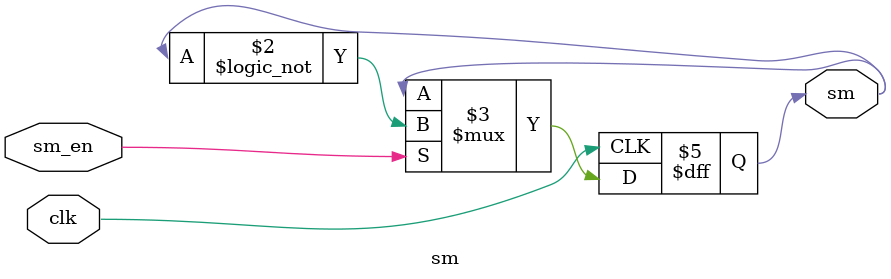
<source format=v>

module sm(
	input clk,sm_en,
	output reg sm
);
always@(negedge clk)
begin
	if(sm_en) sm <= !sm;
end
endmodule

</source>
